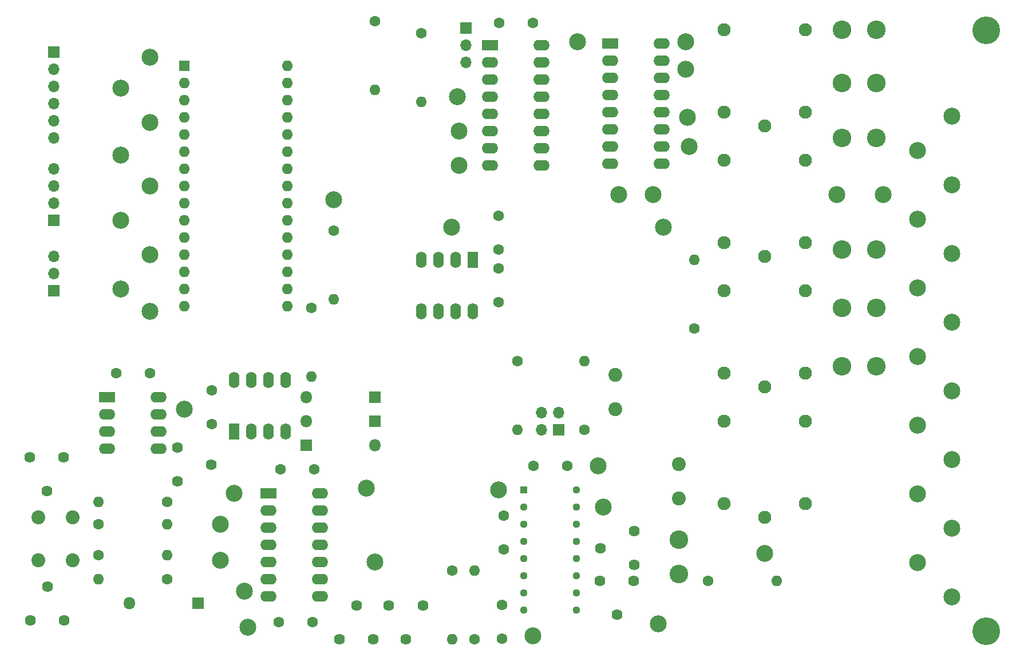
<source format=gbs>
G04 #@! TF.GenerationSoftware,KiCad,Pcbnew,(5.1.9)-1*
G04 #@! TF.CreationDate,2021-07-06T19:46:53+02:00*
G04 #@! TF.ProjectId,const_curr_measure,636f6e73-745f-4637-9572-725f6d656173,rev?*
G04 #@! TF.SameCoordinates,Original*
G04 #@! TF.FileFunction,Soldermask,Bot*
G04 #@! TF.FilePolarity,Negative*
%FSLAX46Y46*%
G04 Gerber Fmt 4.6, Leading zero omitted, Abs format (unit mm)*
G04 Created by KiCad (PCBNEW (5.1.9)-1) date 2021-07-06 19:46:53*
%MOMM*%
%LPD*%
G01*
G04 APERTURE LIST*
%ADD10O,1.600000X2.400000*%
%ADD11R,1.600000X2.400000*%
%ADD12C,2.500000*%
%ADD13O,1.700000X1.700000*%
%ADD14R,1.700000X1.700000*%
%ADD15O,2.400000X1.600000*%
%ADD16R,2.400000X1.600000*%
%ADD17C,1.620000*%
%ADD18C,1.600000*%
%ADD19O,1.600000X1.600000*%
%ADD20O,1.800000X1.800000*%
%ADD21R,1.800000X1.800000*%
%ADD22R,1.600000X1.600000*%
%ADD23C,2.745000*%
%ADD24C,1.950000*%
%ADD25C,2.055000*%
%ADD26C,4.100000*%
%ADD27C,1.130000*%
%ADD28R,1.130000X1.130000*%
G04 APERTURE END LIST*
D10*
X169088000Y-100254000D03*
X161468000Y-92634000D03*
X166548000Y-100254000D03*
X164008000Y-92634000D03*
X164008000Y-100254000D03*
X166548000Y-92634000D03*
X161468000Y-100254000D03*
D11*
X169088000Y-92634000D03*
D12*
X126416000Y-114732000D03*
X121336000Y-81712000D03*
X121336000Y-72314000D03*
X117018000Y-67234000D03*
X117018000Y-77140000D03*
X117018000Y-86792000D03*
X121336000Y-62662000D03*
X117018000Y-96952000D03*
X121336000Y-100254000D03*
X121336000Y-91872000D03*
D13*
X107112000Y-79172000D03*
X107112000Y-81712000D03*
X107112000Y-84252000D03*
D14*
X107112000Y-86792000D03*
D13*
X107112000Y-92126000D03*
X107112000Y-94666000D03*
D14*
X107112000Y-97206000D03*
D13*
X107112000Y-74600000D03*
X107112000Y-72060000D03*
X107112000Y-69520000D03*
X107112000Y-66980000D03*
X107112000Y-64440000D03*
D14*
X107112000Y-61900000D03*
D10*
X133782000Y-110414000D03*
X141402000Y-118034000D03*
X136322000Y-110414000D03*
X138862000Y-118034000D03*
X138862000Y-110414000D03*
X136322000Y-118034000D03*
X141402000Y-110414000D03*
D11*
X133782000Y-118034000D03*
D15*
X122606000Y-112954000D03*
X114986000Y-120574000D03*
X122606000Y-115494000D03*
X114986000Y-118034000D03*
X122606000Y-118034000D03*
X114986000Y-115494000D03*
X122606000Y-120574000D03*
D16*
X114986000Y-112954000D03*
D17*
X125400000Y-125400000D03*
X130400000Y-122900000D03*
X125400000Y-120400000D03*
D18*
X130480000Y-116938000D03*
X130480000Y-111938000D03*
X116336000Y-109398000D03*
X121336000Y-109398000D03*
D12*
X148514000Y-83744000D03*
D19*
X148514000Y-98476000D03*
D18*
X148514000Y-88316000D03*
D19*
X154610000Y-67488000D03*
D18*
X154610000Y-57328000D03*
D19*
X161468000Y-69266000D03*
D18*
X161468000Y-59106000D03*
D19*
X145212000Y-109906000D03*
D18*
X145212000Y-99746000D03*
D20*
X118288000Y-143434000D03*
D21*
X128448000Y-143434000D03*
D20*
X144450000Y-112954000D03*
D21*
X154610000Y-112954000D03*
D20*
X154610000Y-120066000D03*
D21*
X144450000Y-120066000D03*
D20*
X144450000Y-116510000D03*
D21*
X154610000Y-116510000D03*
D19*
X141656000Y-99492000D03*
X126416000Y-99492000D03*
X141656000Y-63932000D03*
X126416000Y-96952000D03*
X141656000Y-66472000D03*
X126416000Y-94412000D03*
X141656000Y-69012000D03*
X126416000Y-91872000D03*
X141656000Y-71552000D03*
X126416000Y-89332000D03*
X141656000Y-74092000D03*
X126416000Y-86792000D03*
X141656000Y-76632000D03*
X126416000Y-84252000D03*
X141656000Y-79172000D03*
X126416000Y-81712000D03*
X141656000Y-81712000D03*
X126416000Y-79172000D03*
X141656000Y-84252000D03*
X126416000Y-76632000D03*
X141656000Y-86792000D03*
X126416000Y-74092000D03*
X141656000Y-89332000D03*
X126416000Y-71552000D03*
X141656000Y-91872000D03*
X126416000Y-69012000D03*
X141656000Y-94412000D03*
X126416000Y-66472000D03*
X141656000Y-96952000D03*
D22*
X126416000Y-63932000D03*
D23*
X228778000Y-91110000D03*
X223698000Y-91110000D03*
D19*
X214046000Y-140132000D03*
D18*
X203886000Y-140132000D03*
D19*
X201854000Y-92634000D03*
D18*
X201854000Y-102794000D03*
X173660000Y-135480000D03*
X173660000Y-130480000D03*
X178058000Y-123114000D03*
X183058000Y-123114000D03*
X172898000Y-86110000D03*
X172898000Y-91110000D03*
D23*
X199568000Y-134036000D03*
X199568000Y-139116000D03*
D12*
X201092000Y-75870000D03*
D18*
X145640000Y-123622000D03*
X140640000Y-123622000D03*
D13*
X168072000Y-63424000D03*
X168072000Y-60884000D03*
D14*
X168072000Y-58344000D03*
D24*
X212268000Y-72822000D03*
X206268000Y-70822000D03*
X206268000Y-58622000D03*
X218268000Y-58622000D03*
X218268000Y-70822000D03*
X212268000Y-92126000D03*
X206268000Y-90126000D03*
X206268000Y-77926000D03*
X218268000Y-77926000D03*
X218268000Y-90126000D03*
X212268000Y-111430000D03*
X206268000Y-109430000D03*
X206268000Y-97230000D03*
X218268000Y-97230000D03*
X218268000Y-109430000D03*
D12*
X200838000Y-71552000D03*
X195758000Y-82982000D03*
X222936000Y-82982000D03*
X197282000Y-87808000D03*
X212268000Y-136068000D03*
X172898000Y-126670000D03*
X229794000Y-82982000D03*
X200584000Y-64440000D03*
X200584000Y-60376000D03*
X190678000Y-82982000D03*
X167056000Y-78664000D03*
X167056000Y-73584000D03*
X184582000Y-60376000D03*
X166802000Y-68504000D03*
X135814000Y-146990000D03*
X153340000Y-126416000D03*
X135306000Y-141656000D03*
X196520000Y-146482000D03*
X188392000Y-129210000D03*
X131750000Y-137084000D03*
X154610000Y-137338000D03*
X133782000Y-127178000D03*
X187630000Y-123114000D03*
X177978000Y-148260000D03*
X131750000Y-131750000D03*
X165913000Y-87808000D03*
D17*
X156667400Y-143789600D03*
X159167400Y-148789600D03*
X161667400Y-143789600D03*
X154356000Y-148768000D03*
X151856000Y-143768000D03*
X149356000Y-148768000D03*
X108636000Y-145974000D03*
X106136000Y-140974000D03*
X103636000Y-145974000D03*
X187884000Y-140132000D03*
X190384000Y-145132000D03*
X192884000Y-140132000D03*
X192964000Y-132766000D03*
X187964000Y-135266000D03*
X192964000Y-137766000D03*
X103556000Y-121844000D03*
X106056000Y-126844000D03*
X108556000Y-121844000D03*
D18*
X173406000Y-148688000D03*
X173406000Y-143688000D03*
D16*
X189408000Y-60630000D03*
D15*
X197028000Y-78410000D03*
X189408000Y-63170000D03*
X197028000Y-75870000D03*
X189408000Y-65710000D03*
X197028000Y-73330000D03*
X189408000Y-68250000D03*
X197028000Y-70790000D03*
X189408000Y-70790000D03*
X197028000Y-68250000D03*
X189408000Y-73330000D03*
X197028000Y-65710000D03*
X189408000Y-75870000D03*
X197028000Y-63170000D03*
X189408000Y-78410000D03*
X197028000Y-60630000D03*
D23*
X228778000Y-108382000D03*
X223698000Y-108382000D03*
X228778000Y-99746000D03*
X223698000Y-99746000D03*
D25*
X109906000Y-130734000D03*
X104826000Y-130734000D03*
X109906000Y-137084000D03*
X104826000Y-137084000D03*
D26*
X244983200Y-58699600D03*
X244983200Y-147599600D03*
D12*
X239903200Y-142519600D03*
X234823200Y-137439600D03*
X239903200Y-132359600D03*
X234823200Y-127279600D03*
X239903200Y-122199600D03*
X234823200Y-117119600D03*
X239903200Y-112039600D03*
X234823200Y-106959600D03*
X239903200Y-101879600D03*
X234823200Y-96799600D03*
X239903200Y-91719600D03*
X234823200Y-86639600D03*
X239903200Y-81559600D03*
X234823200Y-76479600D03*
X239903200Y-71399600D03*
D23*
X228778000Y-58598000D03*
X223698000Y-58598000D03*
D27*
X184390000Y-126670000D03*
X184390000Y-129210000D03*
X184390000Y-131750000D03*
X184390000Y-134290000D03*
X184390000Y-136830000D03*
X184390000Y-139370000D03*
X184390000Y-141910000D03*
X184390000Y-144450000D03*
X176646000Y-144450000D03*
X176646000Y-141910000D03*
X176646000Y-139370000D03*
X176646000Y-136830000D03*
X176646000Y-134290000D03*
X176646000Y-131750000D03*
X176646000Y-129210000D03*
D28*
X176646000Y-126670000D03*
D23*
X228778000Y-74600000D03*
X223698000Y-74600000D03*
X228778000Y-66472000D03*
X223698000Y-66472000D03*
D24*
X212268000Y-130734000D03*
X206268000Y-128734000D03*
X206268000Y-116534000D03*
X218268000Y-116534000D03*
X218268000Y-128734000D03*
D25*
X190170000Y-109652000D03*
X190170000Y-114732000D03*
X199568000Y-122860000D03*
X199568000Y-127940000D03*
D19*
X166040000Y-148768000D03*
D18*
X166040000Y-138608000D03*
D19*
X169342000Y-138608000D03*
D18*
X169342000Y-148768000D03*
D19*
X123876000Y-131750000D03*
D18*
X113716000Y-131750000D03*
D19*
X123876000Y-136322000D03*
D18*
X113716000Y-136322000D03*
D19*
X175692000Y-117780000D03*
D18*
X175692000Y-107620000D03*
X177978000Y-57582000D03*
X172978000Y-57582000D03*
X172898000Y-98904000D03*
X172898000Y-93904000D03*
X145386000Y-146228000D03*
X140386000Y-146228000D03*
D16*
X171628000Y-60884000D03*
D15*
X179248000Y-78664000D03*
X171628000Y-63424000D03*
X179248000Y-76124000D03*
X171628000Y-65964000D03*
X179248000Y-73584000D03*
X171628000Y-68504000D03*
X179248000Y-71044000D03*
X171628000Y-71044000D03*
X179248000Y-68504000D03*
X171628000Y-73584000D03*
X179248000Y-65964000D03*
X171628000Y-76124000D03*
X179248000Y-63424000D03*
X171628000Y-78664000D03*
X179248000Y-60884000D03*
X146482000Y-127178000D03*
X138862000Y-142418000D03*
X146482000Y-129718000D03*
X138862000Y-139878000D03*
X146482000Y-132258000D03*
X138862000Y-137338000D03*
X146482000Y-134798000D03*
X138862000Y-134798000D03*
X146482000Y-137338000D03*
X138862000Y-132258000D03*
X146482000Y-139878000D03*
X138862000Y-129718000D03*
X146482000Y-142418000D03*
D16*
X138862000Y-127178000D03*
D19*
X113716000Y-139878000D03*
D18*
X123876000Y-139878000D03*
D19*
X185598000Y-107620000D03*
D18*
X185598000Y-117780000D03*
D19*
X113716000Y-128448000D03*
D18*
X123876000Y-128448000D03*
D13*
X179248000Y-115240000D03*
X181788000Y-115240000D03*
X179248000Y-117780000D03*
D14*
X181788000Y-117780000D03*
M02*

</source>
